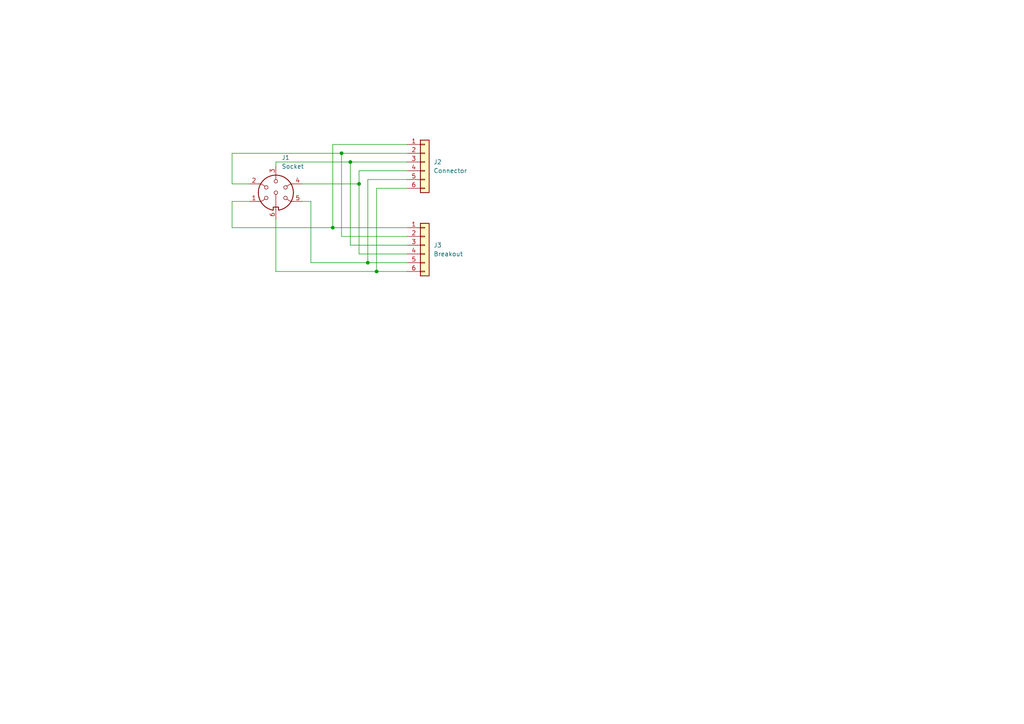
<source format=kicad_sch>
(kicad_sch (version 20250114) (generator "eeschema") (generator_version "9.0")
  (paper "A4")
  (lib_symbols
    (symbol "Connector:DIN-6" (pin_names (offset 1.016))
      (property "Reference" "J" (at 3.175 5.715 0))
      (property "Value" "DIN-6" (at 4.445 -4.445 0))
      (symbol "DIN-6_0_1"
        (polyline (pts (xy -5.08 2.54) (xy -4.318 2.54) (xy -3.175 1.905)))
        (polyline (pts (xy -5.08 -2.54) (xy -4.318 -2.54) (xy -3.175 -1.905)))
        (circle (center -2.794 1.524) (radius 0.508))
        (circle (center -2.794 -1.524) (radius 0.508))
        (polyline (pts (xy -0.762 -4.953) (xy -0.762 -4.191) (xy 0.762 -4.191) (xy 0.762 -4.953)) (stroke (width 0.254)))
        (arc (start 5.08 0) (mid 3.8673 -3.3444) (end 0.762 -5.08) (stroke (width 0.254)))
        (polyline (pts (xy 0 5.08) (xy 0 3.81)))
        (circle (center 0 3.302) (radius 0.508))
        (circle (center 0 0) (radius 0.508))
        (arc (start -5.08 0) (mid 0 5.0579) (end 5.08 0) (stroke (width 0.254)))
        (polyline (pts (xy 0 -5.08) (xy 0 -0.508)))
        (arc (start -0.762 -5.08) (mid -3.8597 -3.3379) (end -5.08 0) (stroke (width 0.254)))
        (circle (center 2.794 1.524) (radius 0.508))
        (circle (center 2.794 -1.524) (radius 0.508))
        (polyline (pts (xy 5.08 2.54) (xy 4.318 2.54) (xy 3.175 1.905)))
        (polyline (pts (xy 5.08 -2.54) (xy 4.318 -2.54) (xy 3.175 -1.905)))
      )
      (symbol "DIN-6_1_1"
        (pin passive line (at -7.62 2.54 0) (length 2.54) (name "~") (number "2"))
        (pin passive line (at -7.62 -2.54 0) (length 2.54) (name "~") (number "1"))
        (pin passive line (at 0 7.62 270) (length 2.54) (name "~") (number "3"))
        (pin passive line (at 0 -7.62 90) (length 2.54) (name "~") (number "6"))
        (pin passive line (at 7.62 2.54 180) (length 2.54) (name "~") (number "4"))
        (pin passive line (at 7.62 -2.54 180) (length 2.54) (name "~") (number "5"))
      )
    )
    (symbol "Connector_Generic:Conn_01x06" (pin_names (offset 1.016) (hide yes))
      (property "Reference" "J" (at 0 7.62 0))
      (property "Value" "Conn_01x06" (at 0 -10.16 0))
      (symbol "Conn_01x06_1_1"
        (rectangle (start -1.27 6.35) (end 1.27 -8.89) (stroke (width 0.254)) (fill (type background)))
        (rectangle (start -1.27 5.207) (end 0 4.953) (stroke (width 0.1524)))
        (rectangle (start -1.27 2.667) (end 0 2.413) (stroke (width 0.1524)))
        (rectangle (start -1.27 0.127) (end 0 -0.127) (stroke (width 0.1524)))
        (rectangle (start -1.27 -2.413) (end 0 -2.667) (stroke (width 0.1524)))
        (rectangle (start -1.27 -4.953) (end 0 -5.207) (stroke (width 0.1524)))
        (rectangle (start -1.27 -7.493) (end 0 -7.747) (stroke (width 0.1524)))
        (pin passive line (at -5.08 5.08 0) (length 3.81) (name "Pin_1") (number "1"))
        (pin passive line (at -5.08 2.54 0) (length 3.81) (name "Pin_2") (number "2"))
        (pin passive line (at -5.08 0 0) (length 3.81) (name "Pin_3") (number "3"))
        (pin passive line (at -5.08 -2.54 0) (length 3.81) (name "Pin_4") (number "4"))
        (pin passive line (at -5.08 -5.08 0) (length 3.81) (name "Pin_5") (number "5"))
        (pin passive line (at -5.08 -7.62 0) (length 3.81) (name "Pin_6") (number "6"))
      )
    )
  )
  (junction (at 99.06 44.45))
  (junction (at 96.52 66.04))
  (junction (at 101.6 46.99))
  (junction (at 104.14 53.34))
  (junction (at 109.22 78.74))
  (junction (at 106.68 76.2))
  (wire (pts (xy 118.11 41.91) (xy 96.52 41.91)))
  (wire (pts (xy 109.22 54.61) (xy 109.22 78.74)))
  (wire (pts (xy 80.01 63.5) (xy 80.01 78.74)))
  (wire (pts (xy 67.31 66.04) (xy 67.31 58.42)))
  (wire (pts (xy 106.68 76.2) (xy 90.17 76.2)))
  (wire (pts (xy 118.11 49.53) (xy 104.14 49.53)))
  (wire (pts (xy 99.06 68.58) (xy 118.11 68.58)))
  (wire (pts (xy 118.11 66.04) (xy 96.52 66.04)))
  (wire (pts (xy 104.14 53.34) (xy 104.14 73.66)))
  (wire (pts (xy 104.14 49.53) (xy 104.14 53.34)))
  (wire (pts (xy 96.52 66.04) (xy 96.52 41.91)))
  (wire (pts (xy 67.31 58.42) (xy 72.39 58.42)))
  (wire (pts (xy 67.31 44.45) (xy 67.31 53.34)))
  (wire (pts (xy 106.68 52.07) (xy 118.11 52.07)))
  (wire (pts (xy 67.31 53.34) (xy 72.39 53.34)))
  (wire (pts (xy 109.22 78.74) (xy 80.01 78.74)))
  (wire (pts (xy 106.68 76.2) (xy 106.68 52.07)))
  (wire (pts (xy 109.22 78.74) (xy 118.11 78.74)))
  (wire (pts (xy 118.11 76.2) (xy 106.68 76.2)))
  (wire (pts (xy 118.11 44.45) (xy 99.06 44.45)))
  (wire (pts (xy 90.17 76.2) (xy 90.17 58.42)))
  (wire (pts (xy 101.6 46.99) (xy 80.01 46.99)))
  (wire (pts (xy 80.01 46.99) (xy 80.01 48.26)))
  (wire (pts (xy 67.31 66.04) (xy 96.52 66.04)))
  (wire (pts (xy 99.06 44.45) (xy 67.31 44.45)))
  (wire (pts (xy 101.6 71.12) (xy 101.6 46.99)))
  (wire (pts (xy 104.14 73.66) (xy 118.11 73.66)))
  (wire (pts (xy 90.17 58.42) (xy 87.63 58.42)))
  (wire (pts (xy 118.11 71.12) (xy 101.6 71.12)))
  (wire (pts (xy 87.63 53.34) (xy 104.14 53.34)))
  (wire (pts (xy 101.6 46.99) (xy 118.11 46.99)))
  (wire (pts (xy 118.11 54.61) (xy 109.22 54.61)))
  (wire (pts (xy 99.06 44.45) (xy 99.06 68.58)))
  (symbol (lib_id "Connector_Generic:Conn_01x06") (at 123.19 71.12 0) (unit 1)
    (property "Reference" "J3" (at 125.73 71.1199 0) (effects (justify left)))
    (property "Value" "Breakout" (at 125.73 73.6599 0) (effects (justify left)))
    (property "Footprint" "Connector_PinHeader_2.54mm:PinHeader_1x06_P2.54mm_Vertical" (effects (hide yes)))
    (property "Description" "Generic connector, single row, 01x06, script generated (kicad-library-utils/schlib/autogen/connector/)" (effects (hide yes)))
  )
  (symbol (lib_id "Connector:DIN-6") (at 80.01 55.88 0) (unit 1)
    (property "Reference" "J1" (at 81.6611 45.72 0) (effects (justify left)))
    (property "Value" "Socket" (at 81.6611 48.26 0) (effects (justify left)))
    (property "Footprint" "T-Pau:DIN-6" (effects (hide yes)))
    (property "Datasheet" "http://www.mouser.com/ds/2/18/40_c091_abd_e-75918.pdf" (effects (hide yes)))
    (property "Description" "6-pin DIN connector" (effects (hide yes)))
  )
  (symbol (lib_id "Connector_Generic:Conn_01x06") (at 123.19 46.99 0) (unit 1)
    (property "Reference" "J2" (at 125.73 46.9899 0) (effects (justify left)))
    (property "Value" "Connector" (at 125.73 49.5299 0) (effects (justify left)))
    (property "Footprint" "Connector_PinHeader_2.54mm:PinHeader_1x06_P2.54mm_Vertical" (effects (hide yes)))
    (property "Description" "Generic connector, single row, 01x06, script generated (kicad-library-utils/schlib/autogen/connector/)" (effects (hide yes)))
  )
)
</source>
